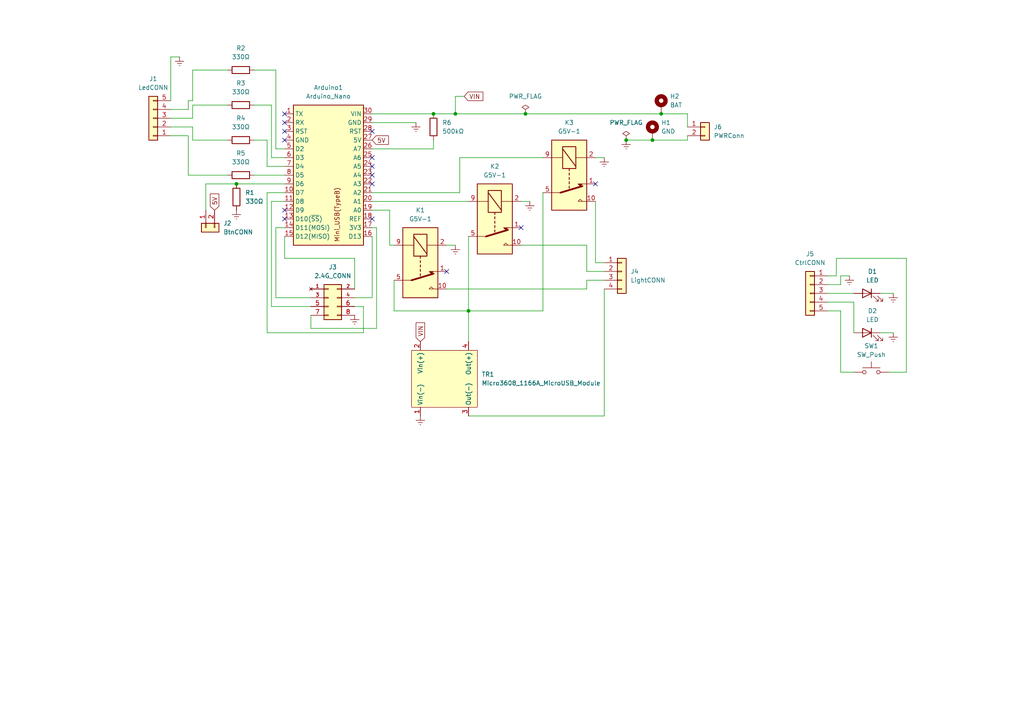
<source format=kicad_sch>
(kicad_sch (version 20211123) (generator eeschema)
  (paper "A4")
  (lib_symbols
    (symbol "Connector_Generic:Conn_01x02" (pin_names (offset 1.016) hide)
      (property "Reference" "J" (at 0 2.54 0))
      (property "Value" "Conn_01x02" (at 0 -5.08 0))
      (symbol "Conn_01x02_1_1"
        (rectangle (start -1.27 -2.413) (end 0 -2.667) (stroke (width 0.1524)))
        (rectangle (start -1.27 0.127) (end 0 -0.127) (stroke (width 0.1524)))
        (rectangle (start -1.27 1.27) (end 1.27 -3.81) (stroke (width 0.254)) (fill (type background)))
        (pin passive line (at -5.08 0 0) (length 3.81) (name "Pin_1") (number "1"))
        (pin passive line (at -5.08 -2.54 0) (length 3.81) (name "Pin_2") (number "2"))
      )
    )
    (symbol "Connector_Generic:Conn_01x04" (pin_names (offset 1.016) hide)
      (property "Reference" "J" (at 0 5.08 0))
      (property "Value" "Conn_01x04" (at 0 -7.62 0))
      (symbol "Conn_01x04_1_1"
        (rectangle (start -1.27 -4.953) (end 0 -5.207) (stroke (width 0.1524)))
        (rectangle (start -1.27 -2.413) (end 0 -2.667) (stroke (width 0.1524)))
        (rectangle (start -1.27 0.127) (end 0 -0.127) (stroke (width 0.1524)))
        (rectangle (start -1.27 2.667) (end 0 2.413) (stroke (width 0.1524)))
        (rectangle (start -1.27 3.81) (end 1.27 -6.35) (stroke (width 0.254)) (fill (type background)))
        (pin passive line (at -5.08 2.54 0) (length 3.81) (name "Pin_1") (number "1"))
        (pin passive line (at -5.08 0 0) (length 3.81) (name "Pin_2") (number "2"))
        (pin passive line (at -5.08 -2.54 0) (length 3.81) (name "Pin_3") (number "3"))
        (pin passive line (at -5.08 -5.08 0) (length 3.81) (name "Pin_4") (number "4"))
      )
    )
    (symbol "Connector_Generic:Conn_01x05" (pin_names (offset 1.016) hide)
      (property "Reference" "J" (at 0 7.62 0))
      (property "Value" "Conn_01x05" (at 0 -7.62 0))
      (symbol "Conn_01x05_1_1"
        (rectangle (start -1.27 -4.953) (end 0 -5.207) (stroke (width 0.1524)))
        (rectangle (start -1.27 -2.413) (end 0 -2.667) (stroke (width 0.1524)))
        (rectangle (start -1.27 0.127) (end 0 -0.127) (stroke (width 0.1524)))
        (rectangle (start -1.27 2.667) (end 0 2.413) (stroke (width 0.1524)))
        (rectangle (start -1.27 5.207) (end 0 4.953) (stroke (width 0.1524)))
        (rectangle (start -1.27 6.35) (end 1.27 -6.35) (stroke (width 0.254)) (fill (type background)))
        (pin passive line (at -5.08 5.08 0) (length 3.81) (name "Pin_1") (number "1"))
        (pin passive line (at -5.08 2.54 0) (length 3.81) (name "Pin_2") (number "2"))
        (pin passive line (at -5.08 0 0) (length 3.81) (name "Pin_3") (number "3"))
        (pin passive line (at -5.08 -2.54 0) (length 3.81) (name "Pin_4") (number "4"))
        (pin passive line (at -5.08 -5.08 0) (length 3.81) (name "Pin_5") (number "5"))
      )
    )
    (symbol "Connector_Generic_MountingPin:2.4G_CONN" (pin_names (offset 1.016) hide)
      (property "Reference" "J2" (at 1.27 8.89 0))
      (property "Value" "2.4G_CONN" (at 1.27 6.35 0))
      (symbol "2.4G_CONN_1_1"
        (rectangle (start -1.27 -4.953) (end 0 -5.207) (stroke (width 0.1524)))
        (rectangle (start -1.27 -2.413) (end 0 -2.667) (stroke (width 0.1524)))
        (rectangle (start -1.27 0.127) (end 0 -0.127) (stroke (width 0.1524)))
        (rectangle (start -1.27 2.667) (end 0 2.413) (stroke (width 0.1524)))
        (rectangle (start -1.27 3.81) (end 3.81 -6.35) (stroke (width 0.254)) (fill (type background)))
        (rectangle (start 3.81 -4.953) (end 2.54 -5.207) (stroke (width 0.1524)))
        (rectangle (start 3.81 -2.413) (end 2.54 -2.667) (stroke (width 0.1524)))
        (rectangle (start 3.81 0.127) (end 2.54 -0.127) (stroke (width 0.1524)))
        (rectangle (start 3.81 2.667) (end 2.54 2.413) (stroke (width 0.1524)))
        (pin no_connect line (at -5.08 2.54 0) (length 3.81) (name "EMPTY") (number "1"))
        (pin passive line (at 7.62 2.54 180) (length 3.81) (name "MISO") (number "2"))
        (pin passive line (at -5.08 0 0) (length 3.81) (name "MOSI") (number "3"))
        (pin passive line (at 7.62 0 180) (length 3.81) (name "SCLK") (number "4"))
        (pin passive line (at -5.08 -2.54 0) (length 3.81) (name "CSN") (number "5"))
        (pin passive line (at 7.62 -2.54 180) (length 3.81) (name "CE") (number "6"))
        (pin passive line (at -5.08 -5.08 0) (length 3.81) (name "VCC") (number "7"))
        (pin passive line (at 7.62 -5.08 180) (length 3.81) (name "GND") (number "8"))
      )
    )
    (symbol "Converter_DCDC:Micro3608_1166A_MicroUSB_Module"
      (property "Reference" "TR" (at 0 -11.43 0))
      (property "Value" "Micro3608_1166A_MicroUSB_Module" (at 0 -8.89 0))
      (symbol "Micro3608_1166A_MicroUSB_Module_0_1"
        (rectangle (start -8.89 11.43) (end 7.62 -7.62) (fill (type background)))
      )
      (symbol "Micro3608_1166A_MicroUSB_Module_1_1"
        (pin power_in line (at -11.43 8.89 0) (length 2.54) (name "Vin(-)") (number "1"))
        (pin power_in line (at 10.16 8.89 180) (length 2.54) (name "Vin(+)") (number "2"))
        (pin power_out line (at -11.43 -5.08 0) (length 2.54) (name "Out(-)") (number "3"))
        (pin power_out line (at 10.16 -5.08 180) (length 2.54) (name "Out(+)") (number "4"))
      )
    )
    (symbol "Device:LED" (pin_numbers hide) (pin_names (offset 1.016) hide)
      (property "Reference" "D" (at 0 2.54 0))
      (property "Value" "LED" (at 0 -2.54 0))
      (symbol "LED_0_1"
        (polyline (pts (xy -1.27 -1.27) (xy -1.27 1.27)) (stroke (width 0.254)))
        (polyline (pts (xy -1.27 0) (xy 1.27 0)))
        (polyline (pts (xy 1.27 -1.27) (xy 1.27 1.27) (xy -1.27 0) (xy 1.27 -1.27)) (stroke (width 0.254)))
        (polyline (pts (xy -3.048 -0.762) (xy -4.572 -2.286) (xy -3.81 -2.286) (xy -4.572 -2.286) (xy -4.572 -1.524)))
        (polyline (pts (xy -1.778 -0.762) (xy -3.302 -2.286) (xy -2.54 -2.286) (xy -3.302 -2.286) (xy -3.302 -1.524)))
      )
      (symbol "LED_1_1"
        (pin passive line (at -3.81 0 0) (length 2.54) (name "K") (number "1"))
        (pin passive line (at 3.81 0 180) (length 2.54) (name "A") (number "2"))
      )
    )
    (symbol "Device:R" (pin_numbers hide) (pin_names (offset 0))
      (property "Reference" "R" (at 2.032 0 90))
      (property "Value" "R" (at 0 0 90))
      (symbol "R_0_1"
        (rectangle (start -1.016 -2.54) (end 1.016 2.54) (stroke (width 0.254)))
      )
      (symbol "R_1_1"
        (pin passive line (at 0 3.81 270) (length 1.27) (name "~") (number "1"))
        (pin passive line (at 0 -3.81 90) (length 1.27) (name "~") (number "2"))
      )
    )
    (symbol "MCU_Module:Arduino_Nano"
      (property "Reference" "Arduino1" (at 0 26.67 0))
      (property "Value" "Arduino_Nano" (at 0 24.13 0))
      (symbol "Arduino_Nano_0_0"
        (text "Mini_USB(TypeB)" (at 2.54 -10.16 900) (effects (font (size 1.27 1.27))))
      )
      (symbol "Arduino_Nano_0_1"
        (rectangle (start -10.16 21.59) (end 10.16 -19.05) (stroke (width 0.254)) (fill (type background)))
      )
      (symbol "Arduino_Nano_1_1"
        (pin input line (at -12.7 19.05 0) (length 2.54) (name "TX") (number "1"))
        (pin bidirectional line (at -12.7 -3.81 0) (length 2.54) (name "D7") (number "10"))
        (pin bidirectional line (at -12.7 -6.35 0) (length 2.54) (name "D8") (number "11"))
        (pin bidirectional line (at -12.7 -8.89 0) (length 2.54) (name "D9") (number "12"))
        (pin bidirectional line (at -12.7 -11.43 0) (length 2.54) (name "D10(~{SS})") (number "13"))
        (pin bidirectional line (at -12.7 -13.97 0) (length 2.54) (name "D11(MOSI)") (number "14"))
        (pin bidirectional line (at -12.7 -16.51 0) (length 2.54) (name "D12(MISO)") (number "15"))
        (pin bidirectional line (at 12.7 -16.51 180) (length 2.54) (name "D13") (number "16"))
        (pin bidirectional line (at 12.7 -13.97 180) (length 2.54) (name "3V3") (number "17"))
        (pin bidirectional line (at 12.7 -11.43 180) (length 2.54) (name "REF") (number "18"))
        (pin bidirectional line (at 12.7 -8.89 180) (length 2.54) (name "A0") (number "19"))
        (pin output line (at -12.7 16.51 0) (length 2.54) (name "RX") (number "2"))
        (pin bidirectional line (at 12.7 -6.35 180) (length 2.54) (name "A1") (number "20"))
        (pin bidirectional line (at 12.7 -3.81 180) (length 2.54) (name "A2") (number "21"))
        (pin bidirectional line (at 12.7 -1.27 180) (length 2.54) (name "A3") (number "22"))
        (pin bidirectional line (at 12.7 1.27 180) (length 2.54) (name "A4") (number "23"))
        (pin bidirectional line (at 12.7 3.81 180) (length 2.54) (name "A5") (number "24"))
        (pin bidirectional line (at 12.7 6.35 180) (length 2.54) (name "A6") (number "25"))
        (pin bidirectional line (at 12.7 8.89 180) (length 2.54) (name "A7") (number "26"))
        (pin bidirectional line (at 12.7 11.43 180) (length 2.54) (name "5V") (number "27"))
        (pin input line (at 12.7 13.97 180) (length 2.54) (name "RST") (number "28"))
        (pin input line (at 12.7 16.51 180) (length 2.54) (name "GND") (number "29"))
        (pin bidirectional line (at -12.7 13.97 0) (length 2.54) (name "RST") (number "3"))
        (pin input line (at 12.7 19.05 180) (length 2.54) (name "VIN") (number "30"))
        (pin bidirectional line (at -12.7 11.43 0) (length 2.54) (name "GND") (number "4"))
        (pin bidirectional line (at -12.7 8.89 0) (length 2.54) (name "D2") (number "5"))
        (pin bidirectional line (at -12.7 6.35 0) (length 2.54) (name "D3") (number "6"))
        (pin bidirectional line (at -12.7 3.81 0) (length 2.54) (name "D4") (number "7"))
        (pin bidirectional line (at -12.7 1.27 0) (length 2.54) (name "D5") (number "8"))
        (pin bidirectional line (at -12.7 -1.27 0) (length 2.54) (name "D6") (number "9"))
      )
    )
    (symbol "Mechanical:MountingHole_Pad" (pin_numbers hide) (pin_names (offset 1.016) hide)
      (property "Reference" "H" (at 0 6.35 0))
      (property "Value" "MountingHole_Pad" (at 0 4.445 0))
      (symbol "MountingHole_Pad_0_1"
        (circle (center 0 1.27) (radius 1.27) (stroke (width 1.27)))
      )
      (symbol "MountingHole_Pad_1_1"
        (pin input line (at 0 -2.54 90) (length 2.54) (name "1") (number "1"))
      )
    )
    (symbol "Relay:G5V-1"
      (property "Reference" "K" (at 11.43 3.81 0))
      (property "Value" "G5V-1" (at 11.43 1.27 0))
      (symbol "G5V-1_0_0"
        (polyline (pts (xy 7.62 5.08) (xy 7.62 2.54) (xy 6.985 3.175) (xy 7.62 3.81)))
      )
      (symbol "G5V-1_0_1"
        (rectangle (start -10.16 5.08) (end 10.16 -5.08) (stroke (width 0.254)) (fill (type background)))
        (rectangle (start -8.255 1.905) (end -1.905 -1.905) (stroke (width 0.254)))
        (polyline (pts (xy -7.62 -1.905) (xy -2.54 1.905)) (stroke (width 0.254)))
        (polyline (pts (xy -5.08 -5.08) (xy -5.08 -1.905)))
        (polyline (pts (xy -5.08 5.08) (xy -5.08 1.905)))
        (polyline (pts (xy -1.905 0) (xy -1.27 0)) (stroke (width 0.254)))
        (polyline (pts (xy -0.635 0) (xy 0 0)) (stroke (width 0.254)))
        (polyline (pts (xy 0.635 0) (xy 1.27 0)) (stroke (width 0.254)))
        (polyline (pts (xy 1.905 0) (xy 2.54 0)) (stroke (width 0.254)))
        (polyline (pts (xy 3.175 0) (xy 3.81 0)) (stroke (width 0.254)))
        (polyline (pts (xy 5.08 -2.54) (xy 3.175 3.81)) (stroke (width 0.508)))
        (polyline (pts (xy 5.08 -2.54) (xy 5.08 -5.08)))
        (polyline (pts (xy 2.54 5.08) (xy 2.54 2.54) (xy 3.175 3.175) (xy 2.54 3.81)) (fill (type outline)))
      )
      (symbol "G5V-1_1_1"
        (pin passive line (at 2.54 7.62 270) (length 2.54) (name "~") (number "1"))
        (pin passive line (at 7.62 7.62 270) (length 2.54) (name "~") (number "10"))
        (pin passive line (at -5.08 7.62 270) (length 2.54) (name "~") (number "2"))
        (pin passive line (at 5.08 -7.62 90) (length 2.54) (name "~") (number "5"))
        (pin passive line (at 5.08 -7.62 90) (length 2.54) hide (name "~") (number "6"))
        (pin passive line (at -5.08 -7.62 90) (length 2.54) (name "~") (number "9"))
      )
    )
    (symbol "Switch:SW_Push" (pin_numbers hide) (pin_names (offset 1.016) hide)
      (property "Reference" "SW" (at 1.27 2.54 0))
      (property "Value" "SW_Push" (at 0 -1.524 0))
      (symbol "SW_Push_0_1"
        (circle (center -2.032 0) (radius 0.508))
        (polyline (pts (xy 0 1.27) (xy 0 3.048)))
        (polyline (pts (xy 2.54 1.27) (xy -2.54 1.27)))
        (circle (center 2.032 0) (radius 0.508))
        (pin passive line (at -5.08 0 0) (length 2.54) (name "1") (number "1"))
        (pin passive line (at 5.08 0 180) (length 2.54) (name "2") (number "2"))
      )
    )
    (symbol "power:Earth" (power) (pin_names (offset 0))
      (symbol "Earth_0_1"
        (polyline (pts (xy -0.635 -1.905) (xy 0.635 -1.905)))
        (polyline (pts (xy -0.127 -2.54) (xy 0.127 -2.54)))
        (polyline (pts (xy 0 -1.27) (xy 0 0)))
        (polyline (pts (xy 1.27 -1.27) (xy -1.27 -1.27)))
      )
      (symbol "Earth_1_1"
        (pin power_in line (at 0 0 270) (length 0) hide (name "Earth") (number "1"))
      )
    )
    (symbol "power:PWR_FLAG" (power) (pin_numbers hide) (pin_names (offset 0) hide)
      (property "Value" "PWR_FLAG" (at 0 3.81 0))
      (symbol "PWR_FLAG_0_0"
        (pin power_out line (at 0 0 90) (length 0) (name "pwr") (number "1"))
      )
      (symbol "PWR_FLAG_0_1"
        (polyline (pts (xy 0 0) (xy 0 1.27) (xy -1.016 1.905) (xy 0 2.54) (xy 1.016 1.905) (xy 0 1.27)))
      )
    )
  )
  (junction (at 189.23 40.64))
  (junction (at 181.61 40.64))
  (junction (at 191.77 33.02))
  (junction (at 132.08 33.02))
  (junction (at 125.73 33.02))
  (junction (at 152.4 33.02))
  (junction (at 68.58 53.34))
  (junction (at 135.89 90.17))
  (no_connect (at 107.95 50.8))
  (no_connect (at 107.95 38.1))
  (no_connect (at 107.95 63.5))
  (no_connect (at 107.95 53.34))
  (no_connect (at 82.55 33.02))
  (no_connect (at 82.55 40.64))
  (no_connect (at 107.95 48.26))
  (no_connect (at 82.55 63.5))
  (no_connect (at 82.55 35.56))
  (no_connect (at 107.95 45.72))
  (no_connect (at 172.72 53.34))
  (no_connect (at 151.13 66.04))
  (no_connect (at 129.54 78.74))
  (no_connect (at 82.55 38.1))
  (no_connect (at 82.55 60.96))
  (wire (pts (xy 107.95 60.96) (xy 113.03 60.96)))
  (wire (pts (xy 240.03 82.55) (xy 243.84 82.55)))
  (wire (pts (xy 77.47 55.88) (xy 77.47 96.52)))
  (wire (pts (xy 66.04 20.32) (xy 55.88 20.32)))
  (wire (pts (xy 133.35 45.72) (xy 133.35 55.88)))
  (wire (pts (xy 55.88 40.64) (xy 55.88 36.83)))
  (wire (pts (xy 73.66 40.64) (xy 77.47 40.64)))
  (wire (pts (xy 114.3 90.17) (xy 114.3 81.28)))
  (wire (pts (xy 80.01 86.36) (xy 90.17 86.36)))
  (wire (pts (xy 125.73 33.02) (xy 132.08 33.02)))
  (wire (pts (xy 77.47 40.64) (xy 77.47 48.26)))
  (wire (pts (xy 170.18 81.28) (xy 175.26 81.28)))
  (wire (pts (xy 151.13 71.12) (xy 170.18 71.12)))
  (wire (pts (xy 172.72 45.72) (xy 175.26 45.72)))
  (wire (pts (xy 157.48 55.88) (xy 157.48 90.17)))
  (wire (pts (xy 132.08 33.02) (xy 152.4 33.02)))
  (wire (pts (xy 68.58 53.34) (xy 82.55 53.34)))
  (wire (pts (xy 125.73 40.64) (xy 125.73 43.18)))
  (wire (pts (xy 135.89 90.17) (xy 135.89 68.58)))
  (wire (pts (xy 107.95 68.58) (xy 107.95 86.36)))
  (wire (pts (xy 129.54 83.82) (xy 170.18 83.82)))
  (wire (pts (xy 129.54 71.12) (xy 132.08 71.12)))
  (wire (pts (xy 54.61 31.75) (xy 49.53 31.75)))
  (wire (pts (xy 240.03 87.63) (xy 247.65 87.63)))
  (wire (pts (xy 78.74 88.9) (xy 90.17 88.9)))
  (wire (pts (xy 152.4 33.02) (xy 191.77 33.02)))
  (wire (pts (xy 54.61 29.21) (xy 54.61 31.75)))
  (wire (pts (xy 199.39 33.02) (xy 199.39 36.83)))
  (wire (pts (xy 170.18 78.74) (xy 175.26 78.74)))
  (wire (pts (xy 77.47 48.26) (xy 82.55 48.26)))
  (wire (pts (xy 255.27 96.52) (xy 259.08 96.52)))
  (wire (pts (xy 82.55 58.42) (xy 78.74 58.42)))
  (wire (pts (xy 59.69 53.34) (xy 59.69 60.96)))
  (wire (pts (xy 113.03 71.12) (xy 114.3 71.12)))
  (wire (pts (xy 107.95 86.36) (xy 102.87 86.36)))
  (wire (pts (xy 66.04 50.8) (xy 54.61 50.8)))
  (wire (pts (xy 132.08 27.94) (xy 134.62 27.94)))
  (wire (pts (xy 113.03 60.96) (xy 113.03 71.12)))
  (wire (pts (xy 170.18 71.12) (xy 170.18 78.74)))
  (wire (pts (xy 73.66 50.8) (xy 82.55 50.8)))
  (wire (pts (xy 55.88 34.29) (xy 49.53 34.29)))
  (wire (pts (xy 54.61 39.37) (xy 49.53 39.37)))
  (wire (pts (xy 170.18 83.82) (xy 170.18 81.28)))
  (wire (pts (xy 66.04 40.64) (xy 55.88 40.64)))
  (wire (pts (xy 80.01 66.04) (xy 80.01 86.36)))
  (wire (pts (xy 135.89 90.17) (xy 114.3 90.17)))
  (wire (pts (xy 78.74 30.48) (xy 78.74 45.72)))
  (wire (pts (xy 54.61 50.8) (xy 54.61 39.37)))
  (wire (pts (xy 107.95 58.42) (xy 135.89 58.42)))
  (wire (pts (xy 82.55 66.04) (xy 80.01 66.04)))
  (wire (pts (xy 243.84 80.01) (xy 246.38 80.01)))
  (wire (pts (xy 105.41 96.52) (xy 105.41 88.9)))
  (wire (pts (xy 247.65 87.63) (xy 247.65 96.52)))
  (wire (pts (xy 102.87 88.9) (xy 105.41 88.9)))
  (wire (pts (xy 191.77 33.02) (xy 199.39 33.02)))
  (wire (pts (xy 135.89 99.06) (xy 135.89 90.17)))
  (wire (pts (xy 255.27 85.09) (xy 259.08 85.09)))
  (wire (pts (xy 157.48 45.72) (xy 133.35 45.72)))
  (wire (pts (xy 262.89 74.93) (xy 262.89 107.95)))
  (wire (pts (xy 78.74 58.42) (xy 78.74 88.9)))
  (wire (pts (xy 55.88 29.21) (xy 54.61 29.21)))
  (wire (pts (xy 109.22 66.04) (xy 109.22 95.25)))
  (wire (pts (xy 157.48 90.17) (xy 135.89 90.17)))
  (wire (pts (xy 175.26 120.65) (xy 175.26 83.82)))
  (wire (pts (xy 102.87 74.93) (xy 102.87 83.82)))
  (wire (pts (xy 73.66 20.32) (xy 80.01 20.32)))
  (wire (pts (xy 90.17 95.25) (xy 109.22 95.25)))
  (wire (pts (xy 107.95 43.18) (xy 125.73 43.18)))
  (wire (pts (xy 66.04 30.48) (xy 55.88 30.48)))
  (wire (pts (xy 55.88 20.32) (xy 55.88 29.21)))
  (wire (pts (xy 55.88 36.83) (xy 49.53 36.83)))
  (wire (pts (xy 172.72 76.2) (xy 175.26 76.2)))
  (wire (pts (xy 240.03 85.09) (xy 247.65 85.09)))
  (wire (pts (xy 151.13 58.42) (xy 153.67 58.42)))
  (wire (pts (xy 73.66 30.48) (xy 78.74 30.48)))
  (wire (pts (xy 242.57 80.01) (xy 242.57 74.93)))
  (wire (pts (xy 243.84 82.55) (xy 243.84 80.01)))
  (wire (pts (xy 78.74 45.72) (xy 82.55 45.72)))
  (wire (pts (xy 132.08 33.02) (xy 132.08 27.94)))
  (wire (pts (xy 257.81 107.95) (xy 262.89 107.95)))
  (wire (pts (xy 189.23 40.64) (xy 199.39 40.64)))
  (wire (pts (xy 172.72 58.42) (xy 172.72 76.2)))
  (wire (pts (xy 80.01 20.32) (xy 80.01 43.18)))
  (wire (pts (xy 107.95 55.88) (xy 133.35 55.88)))
  (wire (pts (xy 181.61 40.64) (xy 189.23 40.64)))
  (wire (pts (xy 80.01 43.18) (xy 82.55 43.18)))
  (wire (pts (xy 82.55 55.88) (xy 77.47 55.88)))
  (wire (pts (xy 82.55 68.58) (xy 82.55 74.93)))
  (wire (pts (xy 77.47 96.52) (xy 105.41 96.52)))
  (wire (pts (xy 240.03 90.17) (xy 243.84 90.17)))
  (wire (pts (xy 242.57 74.93) (xy 262.89 74.93)))
  (wire (pts (xy 107.95 35.56) (xy 120.65 35.56)))
  (wire (pts (xy 135.89 120.65) (xy 175.26 120.65)))
  (wire (pts (xy 243.84 107.95) (xy 247.65 107.95)))
  (wire (pts (xy 49.53 16.51) (xy 52.07 16.51)))
  (wire (pts (xy 243.84 90.17) (xy 243.84 107.95)))
  (wire (pts (xy 199.39 40.64) (xy 199.39 39.37)))
  (wire (pts (xy 107.95 66.04) (xy 109.22 66.04)))
  (wire (pts (xy 55.88 30.48) (xy 55.88 34.29)))
  (wire (pts (xy 49.53 29.21) (xy 49.53 16.51)))
  (wire (pts (xy 59.69 53.34) (xy 68.58 53.34)))
  (wire (pts (xy 240.03 80.01) (xy 242.57 80.01)))
  (wire (pts (xy 107.95 33.02) (xy 125.73 33.02)))
  (wire (pts (xy 90.17 91.44) (xy 90.17 95.25)))
  (wire (pts (xy 82.55 74.93) (xy 102.87 74.93)))
  (global_label "VIN" (shape input) (at 121.92 99.06 90) (property "Intersheet References" "${INTERSHEET_REFS}" (effects hide)))
  (global_label "5V" (shape input) (at 107.95 40.64 0) (property "Intersheet References" "${INTERSHEET_REFS}" (effects hide)))
  (global_label "5V" (shape input) (at 62.23 60.96 90) (property "Intersheet References" "${INTERSHEET_REFS}" (effects hide)))
  (global_label "VIN" (shape input) (at 134.62 27.94 0) (property "Intersheet References" "${INTERSHEET_REFS}" (effects hide)))
  (symbol (lib_id "power:Earth") (at 68.58 60.96 0) (unit 1)
    (property "Reference" "#PWR0114" (effects hide))
    (property "Value" "Earth" (effects hide))
  )
  (symbol (lib_id "Relay:G5V-1") (at 121.92 76.2 270) (unit 1)
    (property "Reference" "K1" (at 121.92 60.96 90))
    (property "Value" "G5V-1" (at 121.92 63.5 90))
    (property "Footprint" "Relay_THT:Relay_SPDT_Omron_G5V-1" (effects hide))
    (property "Datasheet" "http://omronfs.omron.com/en_US/ecb/products/pdf/en-g5v_1.pdf" (effects hide))
  )
  (symbol (lib_id "power:Earth") (at 132.08 71.12 0) (unit 1)
    (property "Reference" "#PWR0112" (effects hide))
    (property "Value" "Earth" (effects hide))
  )
  (symbol (lib_id "power:Earth") (at 121.92 120.65 0) (unit 1)
    (property "Reference" "#PWR0108" (effects hide))
    (property "Value" "Earth" (effects hide))
  )
  (symbol (lib_id "Device:R") (at 69.85 20.32 90) (unit 1)
    (property "Reference" "R2" (at 69.85 13.97 90))
    (property "Value" "330Ω" (at 69.85 16.51 90))
    (property "Footprint" "Resistor_SMD:R_1206_3216Metric_Pad1.30x1.75mm_HandSolder" (effects hide))
  )
  (symbol (lib_id "power:Earth") (at 52.07 16.51 0) (unit 1)
    (property "Reference" "#PWR0101" (effects hide))
    (property "Value" "Earth" (effects hide))
  )
  (symbol (lib_id "Connector_Generic_MountingPin:2.4G_CONN") (at 95.25 86.36 0) (unit 1)
    (property "Reference" "J3" (at 96.52 77.47 0))
    (property "Value" "2.4G_CONN" (at 96.52 80.01 0))
    (property "Footprint" "Connector_PinHeader_2.54mm:PinHeader_2x04_P2.54mm_Vertical" (effects hide))
  )
  (symbol (lib_id "Relay:G5V-1") (at 143.51 63.5 270) (unit 1)
    (property "Reference" "K2" (at 143.51 48.26 90))
    (property "Value" "G5V-1" (at 143.51 50.8 90))
    (property "Footprint" "Relay_THT:Relay_SPDT_Omron_G5V-1" (effects hide))
    (property "Datasheet" "http://omronfs.omron.com/en_US/ecb/products/pdf/en-g5v_1.pdf" (effects hide))
  )
  (symbol (lib_id "power:Earth") (at 246.38 80.01 0) (unit 1)
    (property "Reference" "#PWR0104" (effects hide))
    (property "Value" "Earth" (effects hide))
  )
  (symbol (lib_id "Mechanical:MountingHole_Pad") (at 189.23 38.1 0) (unit 1)
    (property "Reference" "H1" (at 191.77 35.5599 0) (effects (justify left)))
    (property "Value" "GND" (at 191.77 38.0999 0) (effects (justify left)))
    (property "Footprint" "TestPoint:TestPoint_Pad_D3.0mm" (effects hide))
  )
  (symbol (lib_id "Device:LED") (at 251.46 96.52 0) (mirror y) (unit 1)
    (property "Reference" "D2" (at 253.0475 90.17 0))
    (property "Value" "LED" (at 253.0475 92.71 0))
    (property "Footprint" "LED_THT:LED_D5.0mm" (effects hide))
  )
  (symbol (lib_id "Converter_DCDC:Micro3608_1166A_MicroUSB_Module") (at 130.81 109.22 90) (unit 1)
    (property "Reference" "TR1" (at 139.7 108.5849 90) (effects (justify right)))
    (property "Value" "Micro3608_1166A_MicroUSB_Module" (at 139.7 111.1249 90) (effects (justify right)))
    (property "Footprint" "Transistor_Power_Module:Micro3608_1166A_MicroUSB_Module" (effects hide))
  )
  (symbol (lib_id "Switch:SW_Push") (at 252.73 107.95 0) (unit 1)
    (property "Reference" "SW1" (at 252.73 100.33 0))
    (property "Value" "SW_Push" (at 252.73 102.87 0))
    (property "Footprint" "Connector_PinHeader_2.54mm:PinHeader_1x02_P2.54mm_Vertical" (effects hide))
  )
  (symbol (lib_id "Connector_Generic:Conn_01x02") (at 59.69 66.04 90) (mirror x) (unit 1)
    (property "Reference" "J2" (at 64.77 64.7699 90) (effects (justify right)))
    (property "Value" "BtnCONN" (at 64.77 67.3099 90) (effects (justify right)))
    (property "Footprint" "Connector_PinHeader_2.54mm:PinHeader_1x02_P2.54mm_Vertical" (effects hide))
  )
  (symbol (lib_id "Connector_Generic:Conn_01x05") (at 44.45 34.29 180) (unit 1)
    (property "Reference" "J1" (at 44.45 22.86 0))
    (property "Value" "LedCONN" (at 44.45 25.4 0))
    (property "Footprint" "Connector_PinHeader_2.54mm:PinHeader_1x05_P2.54mm_Vertical" (effects hide))
  )
  (symbol (lib_id "power:PWR_FLAG") (at 152.4 33.02 0) (unit 1)
    (property "Reference" "#FLG0101" (effects hide))
    (property "Value" "PWR_FLAG" (at 152.4 27.94 0))
  )
  (symbol (lib_id "power:Earth") (at 153.67 58.42 0) (unit 1)
    (property "Reference" "#PWR0106" (effects hide))
    (property "Value" "Earth" (effects hide))
  )
  (symbol (lib_id "Connector_Generic:Conn_01x02") (at 204.47 36.83 0) (unit 1)
    (property "Reference" "J6" (at 207.01 36.8299 0) (effects (justify left)))
    (property "Value" "PWRConn" (at 207.01 39.3699 0) (effects (justify left)))
    (property "Footprint" "Connector_PinHeader_2.54mm:PinHeader_1x02_P2.54mm_Vertical" (effects hide))
  )
  (symbol (lib_id "Device:R") (at 125.73 36.83 0) (unit 1)
    (property "Reference" "R6" (at 128.27 35.5599 0) (effects (justify left)))
    (property "Value" "500kΩ" (at 128.27 38.0999 0) (effects (justify left)))
    (property "Footprint" "Resistor_SMD:R_1206_3216Metric_Pad1.30x1.75mm_HandSolder" (effects hide))
  )
  (symbol (lib_id "power:PWR_FLAG") (at 181.61 40.64 0) (unit 1)
    (property "Reference" "#FLG01" (effects hide))
    (property "Value" "PWR_FLAG" (at 181.61 35.56 0))
  )
  (symbol (lib_id "power:Earth") (at 102.87 91.44 0) (unit 1)
    (property "Reference" "#PWR0113" (effects hide))
    (property "Value" "Earth" (effects hide))
  )
  (symbol (lib_id "MCU_Module:Arduino_Nano") (at 95.25 52.07 0) (unit 1)
    (property "Reference" "Arduino1" (at 95.25 25.4 0))
    (property "Value" "Arduino_Nano" (at 95.25 27.94 0))
    (property "Footprint" "Module:Arduino_Nano" (effects hide))
  )
  (symbol (lib_id "Device:R") (at 69.85 30.48 90) (unit 1)
    (property "Reference" "R3" (at 69.85 24.13 90))
    (property "Value" "330Ω" (at 69.85 26.67 90))
    (property "Footprint" "Resistor_SMD:R_1206_3216Metric_Pad1.30x1.75mm_HandSolder" (effects hide))
  )
  (symbol (lib_id "power:Earth") (at 259.08 96.52 0) (unit 1)
    (property "Reference" "#PWR0102" (effects hide))
    (property "Value" "Earth" (effects hide))
  )
  (symbol (lib_id "Mechanical:MountingHole_Pad") (at 191.77 30.48 0) (unit 1)
    (property "Reference" "H2" (at 194.31 27.9399 0) (effects (justify left)))
    (property "Value" "BAT" (at 194.31 30.4799 0) (effects (justify left)))
    (property "Footprint" "TestPoint:TestPoint_Pad_D3.0mm" (effects hide))
  )
  (symbol (lib_id "power:Earth") (at 120.65 35.56 0) (unit 1)
    (property "Reference" "#PWR0111" (effects hide))
    (property "Value" "Earth" (effects hide))
  )
  (symbol (lib_id "Relay:G5V-1") (at 165.1 50.8 270) (unit 1)
    (property "Reference" "K3" (at 165.1 35.56 90))
    (property "Value" "G5V-1" (at 165.1 38.1 90))
    (property "Footprint" "Relay_THT:Relay_SPDT_Omron_G5V-1" (effects hide))
    (property "Datasheet" "http://omronfs.omron.com/en_US/ecb/products/pdf/en-g5v_1.pdf" (effects hide))
  )
  (symbol (lib_id "power:Earth") (at 181.61 40.64 0) (unit 1)
    (property "Reference" "#PWR02" (effects hide))
    (property "Value" "Earth" (effects hide))
  )
  (symbol (lib_id "power:Earth") (at 175.26 45.72 0) (unit 1)
    (property "Reference" "#PWR0107" (effects hide))
    (property "Value" "Earth" (effects hide))
  )
  (symbol (lib_id "Device:R") (at 68.58 57.15 0) (unit 1)
    (property "Reference" "R1" (at 71.12 55.8799 0) (effects (justify left)))
    (property "Value" "330Ω" (at 71.12 58.4199 0) (effects (justify left)))
    (property "Footprint" "Resistor_SMD:R_1206_3216Metric_Pad1.30x1.75mm_HandSolder" (effects hide))
  )
  (symbol (lib_id "Device:LED") (at 251.46 85.09 0) (mirror y) (unit 1)
    (property "Reference" "D1" (at 253.0475 78.74 0))
    (property "Value" "LED" (at 253.0475 81.28 0))
    (property "Footprint" "LED_THT:LED_D5.0mm" (effects hide))
  )
  (symbol (lib_id "power:Earth") (at 259.08 85.09 0) (unit 1)
    (property "Reference" "#PWR0103" (effects hide))
    (property "Value" "Earth" (effects hide))
  )
  (symbol (lib_id "Device:R") (at 69.85 50.8 90) (unit 1)
    (property "Reference" "R5" (at 69.85 44.45 90))
    (property "Value" "330Ω" (at 69.85 46.99 90))
    (property "Footprint" "Resistor_SMD:R_1206_3216Metric_Pad1.30x1.75mm_HandSolder" (effects hide))
  )
  (symbol (lib_id "Connector_Generic:Conn_01x04") (at 180.34 78.74 0) (unit 1)
    (property "Reference" "J4" (at 182.88 78.7399 0) (effects (justify left)))
    (property "Value" "LightCONN" (at 182.88 81.2799 0) (effects (justify left)))
    (property "Footprint" "Connector_PinHeader_2.54mm:PinHeader_1x04_P2.54mm_Vertical" (effects hide))
  )
  (symbol (lib_id "Device:R") (at 69.85 40.64 90) (unit 1)
    (property "Reference" "R4" (at 69.85 34.29 90))
    (property "Value" "330Ω" (at 69.85 36.83 90))
    (property "Footprint" "Resistor_SMD:R_1206_3216Metric_Pad1.30x1.75mm_HandSolder" (effects hide))
  )
  (symbol (lib_id "Connector_Generic:Conn_01x05") (at 234.95 85.09 0) (mirror y) (unit 1)
    (property "Reference" "J5" (at 234.95 73.66 0))
    (property "Value" "CtrlCONN" (at 234.95 76.2 0))
    (property "Footprint" "Connector_PinHeader_2.54mm:PinHeader_1x05_P2.54mm_Vertical" (effects hide))
  )
)
</source>
